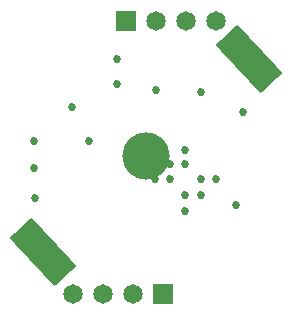
<source format=gbs>
%FSLAX33Y33*%
%MOMM*%
%AMRect-W1650000-H1650000-RO1.500*
21,1,1.65,1.65,0.,0.,90*%
%AMRect-W1650000-H1650000-RO0.500*
21,1,1.65,1.65,0.,0.,270*%
%AMRect-W2540000-H5588000-RO0.760*
21,1,2.54,5.588,0.,0.,223*%
%ADD10C,0.6858*%
%ADD11C,1.65*%
%ADD12Rect-W1650000-H1650000-RO1.500*%
%ADD13C,1.65*%
%ADD14Rect-W1650000-H1650000-RO0.500*%
%ADD15C,4.*%
%ADD16Rect-W2540000-H5588000-RO0.760*%
D10*
%LNbottom solder mask_traces*%
G01*
X13513Y18263D03*
X20904Y16383D03*
X7874Y13970D03*
X3302Y9144D03*
X3226Y13970D03*
X13431Y10719D03*
X16002Y11989D03*
X18593Y10693D03*
X17399Y10693D03*
X17399Y9347D03*
X10287Y20904D03*
X14732Y10719D03*
X6452Y16840D03*
X14732Y11993D03*
X3226Y11684D03*
X16002Y13166D03*
X10211Y18796D03*
X16027Y8001D03*
X20345Y8509D03*
X16027Y9347D03*
X17344Y18055D03*
%LNbottom solder mask component 800e0844de41ef63*%
D11*
X13513Y24130D03*
X16053Y24130D03*
X18593Y24130D03*
D12*
X10973Y24130D03*
%LNbottom solder mask component 1b95c2daf294ff73*%
D13*
X11608Y1016D03*
X9068Y1016D03*
X6528Y1016D03*
D14*
X14148Y1016D03*
%LNbottom solder mask component 221ee5476048cbbc*%
D15*
X12700Y12700D03*
D16*
X21402Y20872D03*
X3998Y4528D03*
M02*
</source>
